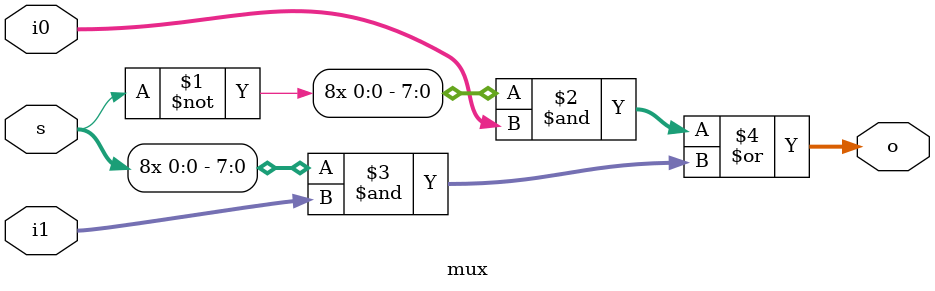
<source format=v>
`timescale 1ns / 1ps


module mux(
    input [7:0] i0,
    input [7:0] i1,
    input s,
    output [7:0] o
    );
    assign o = {8{~s}}&i0 | {8{s}}&i1 ;
endmodule

</source>
